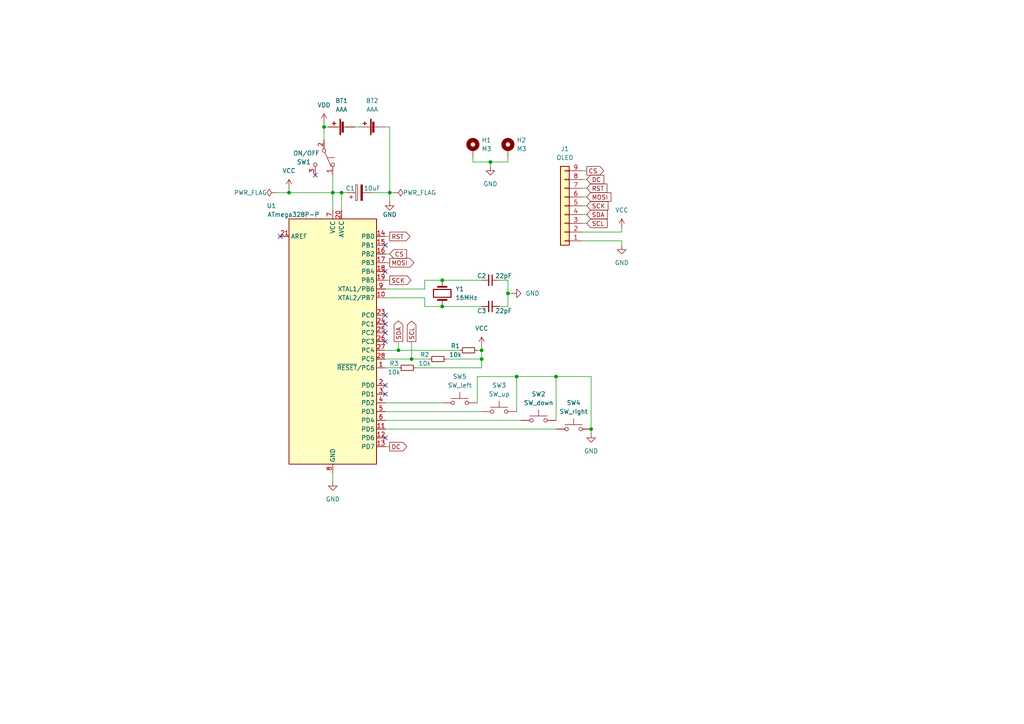
<source format=kicad_sch>
(kicad_sch (version 20211123) (generator eeschema)
  (paper "A4")
  (lib_symbols
    (symbol "Connector_Generic:Conn_01x09" (pin_names (offset 1.016) hide)
      (property "Reference" "J" (at 0 12.7 0))
      (property "Value" "Conn_01x09" (at 0 -12.7 0))
      (symbol "Conn_01x09_1_1"
        (rectangle (start -1.27 -10.033) (end 0 -10.287) (stroke (width 0.1524)))
        (rectangle (start -1.27 -7.493) (end 0 -7.747) (stroke (width 0.1524)))
        (rectangle (start -1.27 -4.953) (end 0 -5.207) (stroke (width 0.1524)))
        (rectangle (start -1.27 -2.413) (end 0 -2.667) (stroke (width 0.1524)))
        (rectangle (start -1.27 0.127) (end 0 -0.127) (stroke (width 0.1524)))
        (rectangle (start -1.27 2.667) (end 0 2.413) (stroke (width 0.1524)))
        (rectangle (start -1.27 5.207) (end 0 4.953) (stroke (width 0.1524)))
        (rectangle (start -1.27 7.747) (end 0 7.493) (stroke (width 0.1524)))
        (rectangle (start -1.27 10.287) (end 0 10.033) (stroke (width 0.1524)))
        (rectangle (start -1.27 11.43) (end 1.27 -11.43) (stroke (width 0.254)) (fill (type background)))
        (pin passive line (at -5.08 10.16 0) (length 3.81) (name "Pin_1") (number "1"))
        (pin passive line (at -5.08 7.62 0) (length 3.81) (name "Pin_2") (number "2"))
        (pin passive line (at -5.08 5.08 0) (length 3.81) (name "Pin_3") (number "3"))
        (pin passive line (at -5.08 2.54 0) (length 3.81) (name "Pin_4") (number "4"))
        (pin passive line (at -5.08 0 0) (length 3.81) (name "Pin_5") (number "5"))
        (pin passive line (at -5.08 -2.54 0) (length 3.81) (name "Pin_6") (number "6"))
        (pin passive line (at -5.08 -5.08 0) (length 3.81) (name "Pin_7") (number "7"))
        (pin passive line (at -5.08 -7.62 0) (length 3.81) (name "Pin_8") (number "8"))
        (pin passive line (at -5.08 -10.16 0) (length 3.81) (name "Pin_9") (number "9"))
      )
    )
    (symbol "Device:Battery_Cell" (pin_numbers hide) (pin_names (offset 0) hide)
      (property "Reference" "BT" (at 2.54 2.54 0))
      (property "Value" "Battery_Cell" (at 2.54 0 0))
      (symbol "Battery_Cell_0_1"
        (rectangle (start -2.286 1.778) (end 2.286 1.524) (fill (type outline)))
        (rectangle (start -1.5748 1.1938) (end 1.4732 0.6858) (fill (type outline)))
        (polyline (pts (xy 0 0.762) (xy 0 0)))
        (polyline (pts (xy 0 1.778) (xy 0 2.54)))
        (polyline (pts (xy 0.508 3.429) (xy 1.524 3.429)) (stroke (width 0.254)))
        (polyline (pts (xy 1.016 3.937) (xy 1.016 2.921)) (stroke (width 0.254)))
      )
      (symbol "Battery_Cell_1_1"
        (pin passive line (at 0 5.08 270) (length 2.54) (name "+") (number "1"))
        (pin passive line (at 0 -2.54 90) (length 2.54) (name "-") (number "2"))
      )
    )
    (symbol "Device:C_Polarized" (pin_numbers hide) (pin_names (offset 0.254))
      (property "Reference" "C" (at 0.635 2.54 0))
      (property "Value" "C_Polarized" (at 0.635 -2.54 0))
      (symbol "C_Polarized_0_1"
        (rectangle (start -2.286 0.508) (end 2.286 1.016))
        (polyline (pts (xy -1.778 2.286) (xy -0.762 2.286)))
        (polyline (pts (xy -1.27 2.794) (xy -1.27 1.778)))
        (rectangle (start 2.286 -0.508) (end -2.286 -1.016) (fill (type outline)))
      )
      (symbol "C_Polarized_1_1"
        (pin passive line (at 0 3.81 270) (length 2.794) (name "~") (number "1"))
        (pin passive line (at 0 -3.81 90) (length 2.794) (name "~") (number "2"))
      )
    )
    (symbol "Device:C_Small" (pin_numbers hide) (pin_names (offset 0.254) hide)
      (property "Reference" "C" (at 0.254 1.778 0))
      (property "Value" "C_Small" (at 0.254 -2.032 0))
      (symbol "C_Small_0_1"
        (polyline (pts (xy -1.524 -0.508) (xy 1.524 -0.508)) (stroke (width 0.3302)))
        (polyline (pts (xy -1.524 0.508) (xy 1.524 0.508)) (stroke (width 0.3048)))
      )
      (symbol "C_Small_1_1"
        (pin passive line (at 0 2.54 270) (length 2.032) (name "~") (number "1"))
        (pin passive line (at 0 -2.54 90) (length 2.032) (name "~") (number "2"))
      )
    )
    (symbol "Device:Crystal" (pin_numbers hide) (pin_names (offset 1.016) hide)
      (property "Reference" "Y" (at 0 3.81 0))
      (property "Value" "Crystal" (at 0 -3.81 0))
      (symbol "Crystal_0_1"
        (rectangle (start -1.143 2.54) (end 1.143 -2.54) (stroke (width 0.3048)))
        (polyline (pts (xy -2.54 0) (xy -1.905 0)))
        (polyline (pts (xy -1.905 -1.27) (xy -1.905 1.27)) (stroke (width 0.508)))
        (polyline (pts (xy 1.905 -1.27) (xy 1.905 1.27)) (stroke (width 0.508)))
        (polyline (pts (xy 2.54 0) (xy 1.905 0)))
      )
      (symbol "Crystal_1_1"
        (pin passive line (at -3.81 0 0) (length 1.27) (name "1") (number "1"))
        (pin passive line (at 3.81 0 180) (length 1.27) (name "2") (number "2"))
      )
    )
    (symbol "Device:R_Small" (pin_numbers hide) (pin_names (offset 0.254) hide)
      (property "Reference" "R" (at 0.762 0.508 0))
      (property "Value" "R_Small" (at 0.762 -1.016 0))
      (symbol "R_Small_0_1"
        (rectangle (start -0.762 1.778) (end 0.762 -1.778) (stroke (width 0.2032)))
      )
      (symbol "R_Small_1_1"
        (pin passive line (at 0 2.54 270) (length 0.762) (name "~") (number "1"))
        (pin passive line (at 0 -2.54 90) (length 0.762) (name "~") (number "2"))
      )
    )
    (symbol "MCU_Microchip_ATmega:ATmega328P-P"
      (property "Reference" "U" (at -12.7 36.83 0))
      (property "Value" "ATmega328P-P" (at 2.54 -36.83 0))
      (symbol "ATmega328P-P_0_1"
        (rectangle (start -12.7 -35.56) (end 12.7 35.56) (stroke (width 0.254)) (fill (type background)))
      )
      (symbol "ATmega328P-P_1_1"
        (pin bidirectional line (at 15.24 -7.62 180) (length 2.54) (name "~{RESET}/PC6") (number "1"))
        (pin bidirectional line (at 15.24 12.7 180) (length 2.54) (name "XTAL2/PB7") (number "10"))
        (pin bidirectional line (at 15.24 -25.4 180) (length 2.54) (name "PD5") (number "11"))
        (pin bidirectional line (at 15.24 -27.94 180) (length 2.54) (name "PD6") (number "12"))
        (pin bidirectional line (at 15.24 -30.48 180) (length 2.54) (name "PD7") (number "13"))
        (pin bidirectional line (at 15.24 30.48 180) (length 2.54) (name "PB0") (number "14"))
        (pin bidirectional line (at 15.24 27.94 180) (length 2.54) (name "PB1") (number "15"))
        (pin bidirectional line (at 15.24 25.4 180) (length 2.54) (name "PB2") (number "16"))
        (pin bidirectional line (at 15.24 22.86 180) (length 2.54) (name "PB3") (number "17"))
        (pin bidirectional line (at 15.24 20.32 180) (length 2.54) (name "PB4") (number "18"))
        (pin bidirectional line (at 15.24 17.78 180) (length 2.54) (name "PB5") (number "19"))
        (pin bidirectional line (at 15.24 -12.7 180) (length 2.54) (name "PD0") (number "2"))
        (pin power_in line (at 2.54 38.1 270) (length 2.54) (name "AVCC") (number "20"))
        (pin passive line (at -15.24 30.48 0) (length 2.54) (name "AREF") (number "21"))
        (pin passive line (at 0 -38.1 90) (length 2.54) hide (name "GND") (number "22"))
        (pin bidirectional line (at 15.24 7.62 180) (length 2.54) (name "PC0") (number "23"))
        (pin bidirectional line (at 15.24 5.08 180) (length 2.54) (name "PC1") (number "24"))
        (pin bidirectional line (at 15.24 2.54 180) (length 2.54) (name "PC2") (number "25"))
        (pin bidirectional line (at 15.24 0 180) (length 2.54) (name "PC3") (number "26"))
        (pin bidirectional line (at 15.24 -2.54 180) (length 2.54) (name "PC4") (number "27"))
        (pin bidirectional line (at 15.24 -5.08 180) (length 2.54) (name "PC5") (number "28"))
        (pin bidirectional line (at 15.24 -15.24 180) (length 2.54) (name "PD1") (number "3"))
        (pin bidirectional line (at 15.24 -17.78 180) (length 2.54) (name "PD2") (number "4"))
        (pin bidirectional line (at 15.24 -20.32 180) (length 2.54) (name "PD3") (number "5"))
        (pin bidirectional line (at 15.24 -22.86 180) (length 2.54) (name "PD4") (number "6"))
        (pin power_in line (at 0 38.1 270) (length 2.54) (name "VCC") (number "7"))
        (pin power_in line (at 0 -38.1 90) (length 2.54) (name "GND") (number "8"))
        (pin bidirectional line (at 15.24 15.24 180) (length 2.54) (name "XTAL1/PB6") (number "9"))
      )
    )
    (symbol "Mechanical:MountingHole_Pad" (pin_numbers hide) (pin_names (offset 1.016) hide)
      (property "Reference" "H" (at 0 6.35 0))
      (property "Value" "MountingHole_Pad" (at 0 4.445 0))
      (symbol "MountingHole_Pad_0_1"
        (circle (center 0 1.27) (radius 1.27) (stroke (width 1.27)))
      )
      (symbol "MountingHole_Pad_1_1"
        (pin input line (at 0 -2.54 90) (length 2.54) (name "1") (number "1"))
      )
    )
    (symbol "Switch:SW_Push" (pin_numbers hide) (pin_names (offset 1.016) hide)
      (property "Reference" "SW" (at 1.27 2.54 0))
      (property "Value" "SW_Push" (at 0 -1.524 0))
      (symbol "SW_Push_0_1"
        (circle (center -2.032 0) (radius 0.508))
        (polyline (pts (xy 0 1.27) (xy 0 3.048)))
        (polyline (pts (xy 2.54 1.27) (xy -2.54 1.27)))
        (circle (center 2.032 0) (radius 0.508))
        (pin passive line (at -5.08 0 0) (length 2.54) (name "1") (number "1"))
        (pin passive line (at 5.08 0 180) (length 2.54) (name "2") (number "2"))
      )
    )
    (symbol "Switch:SW_Push_SPDT" (pin_names (offset 0) hide)
      (property "Reference" "SW" (at 0 4.318 0))
      (property "Value" "SW_Push_SPDT" (at 0 -5.08 0))
      (symbol "SW_Push_SPDT_0_0"
        (circle (center -2.032 0) (radius 0.508))
        (polyline (pts (xy 0 1.016) (xy 0 3.048)))
        (circle (center 2.032 -2.54) (radius 0.508))
      )
      (symbol "SW_Push_SPDT_0_1"
        (polyline (pts (xy -1.524 0.254) (xy 2.54 2.032)))
        (circle (center 2.032 2.54) (radius 0.508))
      )
      (symbol "SW_Push_SPDT_1_1"
        (pin passive line (at 5.08 2.54 180) (length 2.54) (name "A") (number "1"))
        (pin passive line (at -5.08 0 0) (length 2.54) (name "B") (number "2"))
        (pin passive line (at 5.08 -2.54 180) (length 2.54) (name "C") (number "3"))
      )
    )
    (symbol "power:GND" (power) (pin_names (offset 0))
      (property "Value" "GND" (at 0 -3.81 0))
      (symbol "GND_0_1"
        (polyline (pts (xy 0 0) (xy 0 -1.27) (xy 1.27 -1.27) (xy 0 -2.54) (xy -1.27 -1.27) (xy 0 -1.27)))
      )
      (symbol "GND_1_1"
        (pin power_in line (at 0 0 270) (length 0) hide (name "GND") (number "1"))
      )
    )
    (symbol "power:PWR_FLAG" (power) (pin_numbers hide) (pin_names (offset 0) hide)
      (property "Value" "PWR_FLAG" (at 0 3.81 0))
      (symbol "PWR_FLAG_0_0"
        (pin power_out line (at 0 0 90) (length 0) (name "pwr") (number "1"))
      )
      (symbol "PWR_FLAG_0_1"
        (polyline (pts (xy 0 0) (xy 0 1.27) (xy -1.016 1.905) (xy 0 2.54) (xy 1.016 1.905) (xy 0 1.27)))
      )
    )
    (symbol "power:VCC" (power) (pin_names (offset 0))
      (property "Value" "VCC" (at 0 3.81 0))
      (symbol "VCC_0_1"
        (polyline (pts (xy -0.762 1.27) (xy 0 2.54)))
        (polyline (pts (xy 0 0) (xy 0 2.54)))
        (polyline (pts (xy 0 2.54) (xy 0.762 1.27)))
      )
      (symbol "VCC_1_1"
        (pin power_in line (at 0 0 90) (length 0) hide (name "VCC") (number "1"))
      )
    )
    (symbol "power:VDD" (power) (pin_names (offset 0))
      (property "Value" "VDD" (at 0 3.81 0))
      (symbol "VDD_0_1"
        (polyline (pts (xy -0.762 1.27) (xy 0 2.54)))
        (polyline (pts (xy 0 0) (xy 0 2.54)))
        (polyline (pts (xy 0 2.54) (xy 0.762 1.27)))
      )
      (symbol "VDD_1_1"
        (pin power_in line (at 0 0 90) (length 0) hide (name "VDD") (number "1"))
      )
    )
  )
  (junction (at 128.27 88.9))
  (junction (at 83.82 55.88))
  (junction (at 139.7 104.14))
  (junction (at 149.86 109.22))
  (junction (at 161.29 109.22))
  (junction (at 171.45 124.46))
  (junction (at 93.98 36.83))
  (junction (at 99.06 55.88))
  (junction (at 147.32 85.09))
  (junction (at 142.24 46.99))
  (junction (at 115.57 101.6))
  (junction (at 119.38 104.14))
  (junction (at 113.03 55.88))
  (junction (at 96.52 55.88))
  (junction (at 139.7 101.6))
  (junction (at 128.27 81.28))
  (no_connect (at 111.76 91.44))
  (no_connect (at 111.76 93.98))
  (no_connect (at 111.76 96.52))
  (no_connect (at 111.76 99.06))
  (no_connect (at 111.76 111.76))
  (no_connect (at 111.76 114.3))
  (no_connect (at 111.76 71.12))
  (no_connect (at 81.28 68.58))
  (no_connect (at 111.76 78.74))
  (no_connect (at 111.76 127))
  (no_connect (at 91.44 50.8))
  (wire (pts (xy 96.52 50.8) (xy 96.52 55.88)))
  (wire (pts (xy 83.82 55.88) (xy 96.52 55.88)))
  (wire (pts (xy 96.52 137.16) (xy 96.52 139.7)))
  (wire (pts (xy 128.27 88.9) (xy 139.7 88.9)))
  (wire (pts (xy 115.57 101.6) (xy 133.35 101.6)))
  (wire (pts (xy 168.91 62.23) (xy 170.18 62.23)))
  (wire (pts (xy 149.86 109.22) (xy 161.29 109.22)))
  (wire (pts (xy 113.03 55.88) (xy 113.03 58.42)))
  (wire (pts (xy 95.25 36.83) (xy 93.98 36.83)))
  (wire (pts (xy 138.43 109.22) (xy 149.86 109.22)))
  (wire (pts (xy 168.91 49.53) (xy 170.18 49.53)))
  (wire (pts (xy 168.91 54.61) (xy 170.18 54.61)))
  (wire (pts (xy 147.32 45.72) (xy 147.32 46.99)))
  (wire (pts (xy 147.32 81.28) (xy 144.78 81.28)))
  (wire (pts (xy 111.76 104.14) (xy 119.38 104.14)))
  (wire (pts (xy 168.91 67.31) (xy 180.34 67.31)))
  (wire (pts (xy 168.91 64.77) (xy 170.18 64.77)))
  (wire (pts (xy 147.32 85.09) (xy 147.32 81.28)))
  (wire (pts (xy 123.19 88.9) (xy 128.27 88.9)))
  (wire (pts (xy 119.38 99.06) (xy 119.38 104.14)))
  (wire (pts (xy 161.29 109.22) (xy 171.45 109.22)))
  (wire (pts (xy 171.45 109.22) (xy 171.45 124.46)))
  (wire (pts (xy 111.76 73.66) (xy 113.03 73.66)))
  (wire (pts (xy 111.76 116.84) (xy 128.27 116.84)))
  (wire (pts (xy 168.91 57.15) (xy 170.18 57.15)))
  (wire (pts (xy 113.03 55.88) (xy 114.3 55.88)))
  (wire (pts (xy 142.24 46.99) (xy 137.16 46.99)))
  (wire (pts (xy 102.87 36.83) (xy 104.14 36.83)))
  (wire (pts (xy 111.76 119.38) (xy 139.7 119.38)))
  (wire (pts (xy 142.24 46.99) (xy 142.24 48.26)))
  (wire (pts (xy 107.95 55.88) (xy 113.03 55.88)))
  (wire (pts (xy 137.16 46.99) (xy 137.16 45.72)))
  (wire (pts (xy 180.34 69.85) (xy 180.34 71.12)))
  (wire (pts (xy 171.45 124.46) (xy 171.45 125.73)))
  (wire (pts (xy 93.98 36.83) (xy 93.98 40.64)))
  (wire (pts (xy 168.91 69.85) (xy 180.34 69.85)))
  (wire (pts (xy 129.54 104.14) (xy 139.7 104.14)))
  (wire (pts (xy 111.76 101.6) (xy 115.57 101.6)))
  (wire (pts (xy 128.27 81.28) (xy 139.7 81.28)))
  (wire (pts (xy 111.76 76.2) (xy 113.03 76.2)))
  (wire (pts (xy 111.76 121.92) (xy 151.13 121.92)))
  (wire (pts (xy 96.52 55.88) (xy 99.06 55.88)))
  (wire (pts (xy 80.01 55.88) (xy 83.82 55.88)))
  (wire (pts (xy 139.7 101.6) (xy 139.7 104.14)))
  (wire (pts (xy 120.65 106.68) (xy 139.7 106.68)))
  (wire (pts (xy 111.76 106.68) (xy 115.57 106.68)))
  (wire (pts (xy 111.76 86.36) (xy 123.19 86.36)))
  (wire (pts (xy 115.57 101.6) (xy 115.57 99.06)))
  (wire (pts (xy 123.19 81.28) (xy 128.27 81.28)))
  (wire (pts (xy 99.06 55.88) (xy 99.06 60.96)))
  (wire (pts (xy 149.86 109.22) (xy 149.86 119.38)))
  (wire (pts (xy 138.43 116.84) (xy 138.43 109.22)))
  (wire (pts (xy 119.38 104.14) (xy 124.46 104.14)))
  (wire (pts (xy 147.32 88.9) (xy 147.32 85.09)))
  (wire (pts (xy 123.19 86.36) (xy 123.19 88.9)))
  (wire (pts (xy 168.91 59.69) (xy 170.18 59.69)))
  (wire (pts (xy 139.7 104.14) (xy 139.7 106.68)))
  (wire (pts (xy 111.76 68.58) (xy 113.03 68.58)))
  (wire (pts (xy 168.91 52.07) (xy 170.18 52.07)))
  (wire (pts (xy 99.06 55.88) (xy 100.33 55.88)))
  (wire (pts (xy 111.76 124.46) (xy 161.29 124.46)))
  (wire (pts (xy 139.7 100.33) (xy 139.7 101.6)))
  (wire (pts (xy 147.32 85.09) (xy 148.59 85.09)))
  (wire (pts (xy 139.7 101.6) (xy 138.43 101.6)))
  (wire (pts (xy 96.52 60.96) (xy 96.52 55.88)))
  (wire (pts (xy 161.29 109.22) (xy 161.29 121.92)))
  (wire (pts (xy 111.76 83.82) (xy 123.19 83.82)))
  (wire (pts (xy 144.78 88.9) (xy 147.32 88.9)))
  (wire (pts (xy 147.32 46.99) (xy 142.24 46.99)))
  (wire (pts (xy 83.82 54.61) (xy 83.82 55.88)))
  (wire (pts (xy 180.34 67.31) (xy 180.34 66.04)))
  (wire (pts (xy 113.03 36.83) (xy 113.03 55.88)))
  (wire (pts (xy 93.98 35.56) (xy 93.98 36.83)))
  (wire (pts (xy 111.76 81.28) (xy 113.03 81.28)))
  (wire (pts (xy 123.19 83.82) (xy 123.19 81.28)))
  (wire (pts (xy 111.76 129.54) (xy 113.03 129.54)))
  (wire (pts (xy 111.76 36.83) (xy 113.03 36.83)))
  (global_label "RST" (shape output) (at 113.03 68.58 0) (property "Intersheet References" "${INTERSHEET_REFS}" (effects hide)))
  (global_label "SCL" (shape input) (at 170.18 64.77 0) (property "Intersheet References" "${INTERSHEET_REFS}" (effects hide)))
  (global_label "MOSI" (shape input) (at 170.18 57.15 0) (property "Intersheet References" "${INTERSHEET_REFS}" (effects hide)))
  (global_label "DC" (shape output) (at 113.03 129.54 0) (property "Intersheet References" "${INTERSHEET_REFS}" (effects hide)))
  (global_label "SCK" (shape output) (at 113.03 81.28 0) (property "Intersheet References" "${INTERSHEET_REFS}" (effects hide)))
  (global_label "CS" (shape input) (at 113.03 73.66 0) (property "Intersheet References" "${INTERSHEET_REFS}" (effects hide)))
  (global_label "SDA" (shape input) (at 170.18 62.23 0) (property "Intersheet References" "${INTERSHEET_REFS}" (effects hide)))
  (global_label "SCK" (shape input) (at 170.18 59.69 0) (property "Intersheet References" "${INTERSHEET_REFS}" (effects hide)))
  (global_label "CS" (shape output) (at 170.18 49.53 0) (property "Intersheet References" "${INTERSHEET_REFS}" (effects hide)))
  (global_label "SDA" (shape output) (at 115.57 99.06 90) (property "Intersheet References" "${INTERSHEET_REFS}" (effects hide)))
  (global_label "SCL" (shape output) (at 119.38 99.06 90) (property "Intersheet References" "${INTERSHEET_REFS}" (effects hide)))
  (global_label "RST" (shape input) (at 170.18 54.61 0) (property "Intersheet References" "${INTERSHEET_REFS}" (effects hide)))
  (global_label "MOSI" (shape output) (at 113.03 76.2 0) (property "Intersheet References" "${INTERSHEET_REFS}" (effects hide)))
  (global_label "DC" (shape input) (at 170.18 52.07 0) (property "Intersheet References" "${INTERSHEET_REFS}" (effects hide)))
  (symbol (lib_id "Device:R_Small") (at 135.89 101.6 270) (unit 1)
    (property "Reference" "R1" (at 132.08 100.33 90))
    (property "Value" "10k" (at 132.08 102.87 90))
    (property "Footprint" "Resistor_THT:R_Axial_DIN0204_L3.6mm_D1.6mm_P5.08mm_Horizontal" (effects hide))
  )
  (symbol (lib_id "Device:R_Small") (at 127 104.14 270) (unit 1)
    (property "Reference" "R2" (at 123.19 102.87 90))
    (property "Value" "10k" (at 123.19 105.41 90))
    (property "Footprint" "Resistor_THT:R_Axial_DIN0204_L3.6mm_D1.6mm_P5.08mm_Horizontal" (effects hide))
  )
  (symbol (lib_id "power:VCC") (at 139.7 100.33 0) (unit 1)
    (property "Reference" "#PWR0102" (effects hide))
    (property "Value" "VCC" (at 139.7 95.25 0))
  )
  (symbol (lib_id "Device:Crystal") (at 128.27 85.09 90) (unit 1)
    (property "Reference" "Y1" (at 132.08 83.82 90) (effects (justify right)))
    (property "Value" "16MHz" (at 132.08 86.36 90) (effects (justify right)))
    (property "Footprint" "Crystal:Crystal_HC49-4H_Vertical" (effects hide))
  )
  (symbol (lib_id "Mechanical:MountingHole_Pad") (at 147.32 43.18 0) (unit 1)
    (property "Reference" "H2" (at 149.86 40.6399 0) (effects (justify left)))
    (property "Value" "M3" (at 149.86 43.1799 0) (effects (justify left)))
    (property "Footprint" "MountingHole:MountingHole_3.2mm_M3_Pad_Via" (effects hide))
  )
  (symbol (lib_id "power:PWR_FLAG") (at 80.01 55.88 90) (unit 1)
    (property "Reference" "#FLG01" (effects hide))
    (property "Value" "PWR_FLAG" (at 77.47 55.88 90) (effects (justify left)))
  )
  (symbol (lib_id "Switch:SW_Push") (at 144.78 119.38 0) (unit 1)
    (property "Reference" "SW3" (at 144.78 111.76 0))
    (property "Value" "SW_up" (at 144.78 114.3 0))
    (property "Footprint" "Button_Switch_THT:SW_PUSH_6mm_H9.5mm" (effects hide))
  )
  (symbol (lib_id "Device:C_Small") (at 142.24 88.9 270) (unit 1)
    (property "Reference" "C3" (at 139.7 90.17 90))
    (property "Value" "22pF" (at 146.05 90.17 90))
    (property "Footprint" "Capacitor_THT:C_Disc_D4.3mm_W1.9mm_P5.00mm" (effects hide))
  )
  (symbol (lib_id "power:GND") (at 148.59 85.09 90) (unit 1)
    (property "Reference" "#PWR06" (effects hide))
    (property "Value" "GND" (at 152.4 85.0899 90) (effects (justify right)))
  )
  (symbol (lib_id "power:VCC") (at 180.34 66.04 0) (unit 1)
    (property "Reference" "#PWR0103" (effects hide))
    (property "Value" "VCC" (at 180.34 60.96 0))
  )
  (symbol (lib_id "Mechanical:MountingHole_Pad") (at 137.16 43.18 0) (unit 1)
    (property "Reference" "H1" (at 139.7 40.6399 0) (effects (justify left)))
    (property "Value" "M3" (at 139.7 43.1799 0) (effects (justify left)))
    (property "Footprint" "MountingHole:MountingHole_3.2mm_M3_Pad_Via" (effects hide))
  )
  (symbol (lib_id "power:GND") (at 180.34 71.12 0) (unit 1)
    (property "Reference" "#PWR05" (effects hide))
    (property "Value" "GND" (at 180.34 76.2 0))
  )
  (symbol (lib_id "Switch:SW_Push") (at 156.21 121.92 0) (unit 1)
    (property "Reference" "SW2" (at 156.21 114.3 0))
    (property "Value" "SW_down" (at 156.21 116.84 0))
    (property "Footprint" "Button_Switch_THT:SW_PUSH_6mm_H9.5mm" (effects hide))
  )
  (symbol (lib_id "Switch:SW_Push") (at 166.37 124.46 0) (unit 1)
    (property "Reference" "SW4" (at 166.37 116.84 0))
    (property "Value" "SW_right" (at 166.37 119.38 0))
    (property "Footprint" "Button_Switch_THT:SW_PUSH_6mm_H9.5mm" (effects hide))
  )
  (symbol (lib_id "power:PWR_FLAG") (at 114.3 55.88 270) (unit 1)
    (property "Reference" "#FLG02" (effects hide))
    (property "Value" "PWR_FLAG" (at 116.84 55.88 90) (effects (justify left)))
  )
  (symbol (lib_id "MCU_Microchip_ATmega:ATmega328P-P") (at 96.52 99.06 0) (unit 1)
    (property "Reference" "U1" (at 78.74 59.69 0))
    (property "Value" "ATmega328P-P" (at 85.09 62.23 0))
    (property "Footprint" "Package_DIP:DIP-28_W7.62mm" (effects hide))
    (property "Datasheet" "http://ww1.microchip.com/downloads/en/DeviceDoc/ATmega328_P%20AVR%20MCU%20with%20picoPower%20Technology%20Data%20Sheet%2040001984A.pdf" (effects hide))
  )
  (symbol (lib_id "power:GND") (at 171.45 125.73 0) (unit 1)
    (property "Reference" "#PWR08" (effects hide))
    (property "Value" "GND" (at 171.45 130.81 0))
  )
  (symbol (lib_id "power:VDD") (at 93.98 35.56 0) (unit 1)
    (property "Reference" "#PWR01" (effects hide))
    (property "Value" "VDD" (at 93.98 30.48 0))
  )
  (symbol (lib_id "power:VCC") (at 83.82 54.61 0) (unit 1)
    (property "Reference" "#PWR0101" (effects hide))
    (property "Value" "VCC" (at 83.82 49.53 0))
  )
  (symbol (lib_id "Connector_Generic:Conn_01x09") (at 163.83 59.69 180) (unit 1)
    (property "Reference" "J1" (at 163.83 43.18 0))
    (property "Value" "OLED" (at 163.83 45.72 0))
    (property "Footprint" "GameBox:1.3_inch_OLED_IIC" (effects hide))
  )
  (symbol (lib_id "power:GND") (at 142.24 48.26 0) (unit 1)
    (property "Reference" "#PWR02" (effects hide))
    (property "Value" "GND" (at 142.24 53.34 0))
  )
  (symbol (lib_id "Device:Battery_Cell") (at 100.33 36.83 90) (unit 1)
    (property "Reference" "BT1" (at 99.06 29.21 90))
    (property "Value" "AAA" (at 99.06 31.75 90))
    (property "Footprint" "GameBox:BK-82_AAA_battery_holder" (effects hide))
  )
  (symbol (lib_id "Device:C_Small") (at 142.24 81.28 270) (unit 1)
    (property "Reference" "C2" (at 139.7 80.01 90))
    (property "Value" "22pF" (at 146.05 80.01 90))
    (property "Footprint" "Capacitor_THT:C_Disc_D4.3mm_W1.9mm_P5.00mm" (effects hide))
  )
  (symbol (lib_id "power:GND") (at 96.52 139.7 0) (unit 1)
    (property "Reference" "#PWR09" (effects hide))
    (property "Value" "GND" (at 96.52 144.78 0))
  )
  (symbol (lib_id "Switch:SW_Push_SPDT") (at 93.98 45.72 270) (unit 1)
    (property "Reference" "SW1" (at 90.17 46.9901 90) (effects (justify right)))
    (property "Value" "ON/OFF" (at 92.71 44.45 90) (effects (justify right)))
    (property "Footprint" "GameBox:SS12D10" (effects hide))
  )
  (symbol (lib_id "power:GND") (at 113.03 58.42 0) (unit 1)
    (property "Reference" "#PWR03" (effects hide))
    (property "Value" "GND" (at 113.03 62.23 0))
  )
  (symbol (lib_id "Switch:SW_Push") (at 133.35 116.84 0) (unit 1)
    (property "Reference" "SW5" (at 133.35 109.22 0))
    (property "Value" "SW_left" (at 133.35 111.76 0))
    (property "Footprint" "Button_Switch_THT:SW_PUSH_6mm_H9.5mm" (effects hide))
  )
  (symbol (lib_id "Device:R_Small") (at 118.11 106.68 270) (unit 1)
    (property "Reference" "R3" (at 114.3 105.41 90))
    (property "Value" "10k" (at 114.3 107.95 90))
    (property "Footprint" "Resistor_THT:R_Axial_DIN0204_L3.6mm_D1.6mm_P5.08mm_Horizontal" (effects hide))
  )
  (symbol (lib_id "Device:C_Polarized") (at 104.14 55.88 90) (unit 1)
    (property "Reference" "C1" (at 101.6 54.61 90))
    (property "Value" "10uF" (at 107.95 54.61 90))
    (property "Footprint" "Capacitor_THT:CP_Radial_D4.0mm_P1.50mm" (effects hide))
  )
  (symbol (lib_id "Device:Battery_Cell") (at 109.22 36.83 90) (unit 1)
    (property "Reference" "BT2" (at 107.95 29.21 90))
    (property "Value" "AAA" (at 107.95 31.75 90))
    (property "Footprint" "GameBox:BK-82_AAA_battery_holder" (effects hide))
  )
)
</source>
